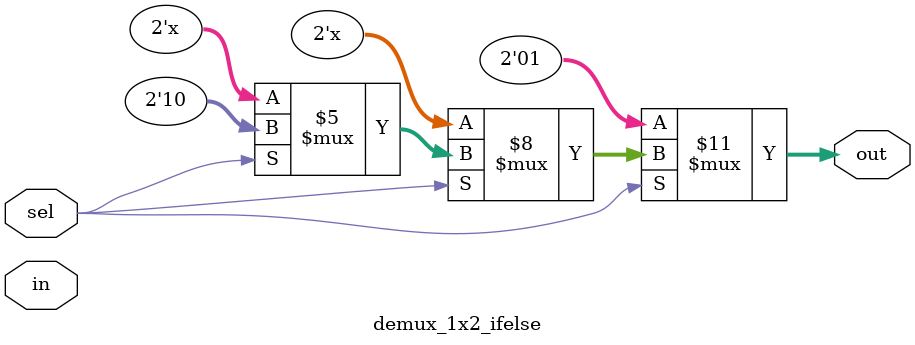
<source format=v>
`timescale 1ns / 1ps
module demux_1x2_ifelse(input in,sel,output reg[1:0]out);
always@*
begin
if(sel==1'b0)
    begin 
        out=2'b01;
    
    end
else if(sel==1'b1)
    begin
        out=2'b10;
    
    end 
else
    out=2'bxx;

end
endmodule


</source>
